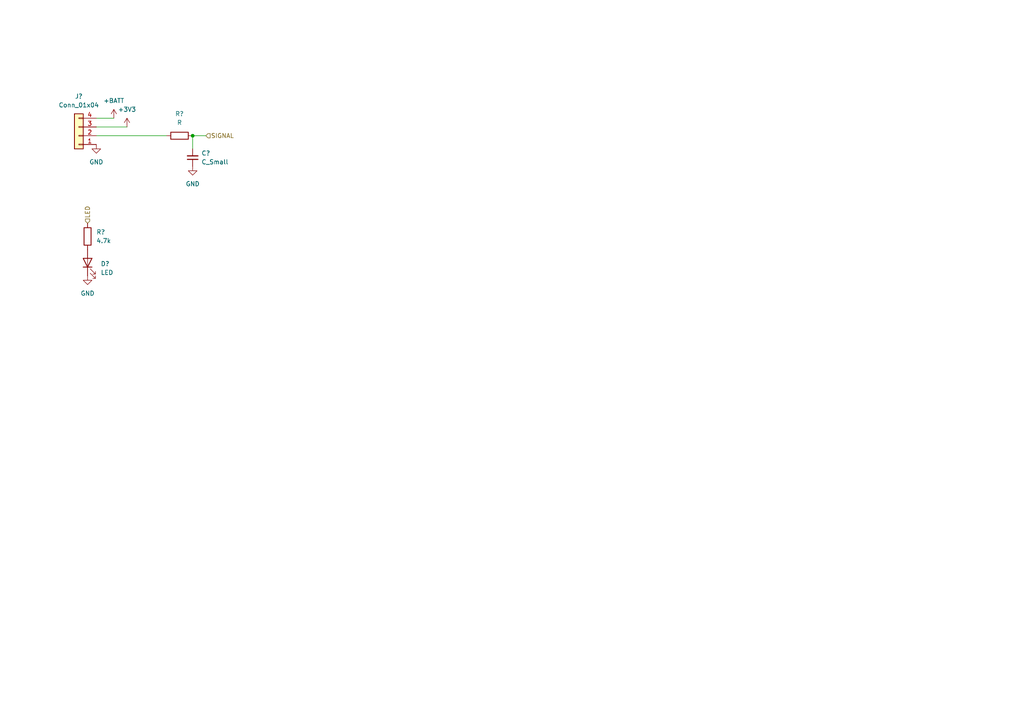
<source format=kicad_sch>
(kicad_sch (version 20211123) (generator eeschema)
  (paper "A4")
  (lib_symbols
    (symbol "Connector_Generic:Conn_01x04" (pin_names (offset 1.016) hide)
      (property "Reference" "J" (at 0 5.08 0))
      (property "Value" "Conn_01x04" (at 0 -7.62 0))
      (symbol "Conn_01x04_1_1"
        (rectangle (start -1.27 -4.953) (end 0 -5.207) (stroke (width 0.1524)))
        (rectangle (start -1.27 -2.413) (end 0 -2.667) (stroke (width 0.1524)))
        (rectangle (start -1.27 0.127) (end 0 -0.127) (stroke (width 0.1524)))
        (rectangle (start -1.27 2.667) (end 0 2.413) (stroke (width 0.1524)))
        (rectangle (start -1.27 3.81) (end 1.27 -6.35) (stroke (width 0.254)) (fill (type background)))
        (pin passive line (at -5.08 2.54 0) (length 3.81) (name "Pin_1") (number "1"))
        (pin passive line (at -5.08 0 0) (length 3.81) (name "Pin_2") (number "2"))
        (pin passive line (at -5.08 -2.54 0) (length 3.81) (name "Pin_3") (number "3"))
        (pin passive line (at -5.08 -5.08 0) (length 3.81) (name "Pin_4") (number "4"))
      )
    )
    (symbol "Device:C_Small" (pin_numbers hide) (pin_names (offset 0.254) hide)
      (property "Reference" "C" (at 0.254 1.778 0))
      (property "Value" "C_Small" (at 0.254 -2.032 0))
      (symbol "C_Small_0_1"
        (polyline (pts (xy -1.524 -0.508) (xy 1.524 -0.508)) (stroke (width 0.3302)))
        (polyline (pts (xy -1.524 0.508) (xy 1.524 0.508)) (stroke (width 0.3048)))
      )
      (symbol "C_Small_1_1"
        (pin passive line (at 0 2.54 270) (length 2.032) (name "~") (number "1"))
        (pin passive line (at 0 -2.54 90) (length 2.032) (name "~") (number "2"))
      )
    )
    (symbol "Device:LED" (pin_numbers hide) (pin_names (offset 1.016) hide)
      (property "Reference" "D" (at 0 2.54 0))
      (property "Value" "LED" (at 0 -2.54 0))
      (symbol "LED_0_1"
        (polyline (pts (xy -1.27 -1.27) (xy -1.27 1.27)) (stroke (width 0.254)))
        (polyline (pts (xy -1.27 0) (xy 1.27 0)))
        (polyline (pts (xy 1.27 -1.27) (xy 1.27 1.27) (xy -1.27 0) (xy 1.27 -1.27)) (stroke (width 0.254)))
        (polyline (pts (xy -3.048 -0.762) (xy -4.572 -2.286) (xy -3.81 -2.286) (xy -4.572 -2.286) (xy -4.572 -1.524)))
        (polyline (pts (xy -1.778 -0.762) (xy -3.302 -2.286) (xy -2.54 -2.286) (xy -3.302 -2.286) (xy -3.302 -1.524)))
      )
      (symbol "LED_1_1"
        (pin passive line (at -3.81 0 0) (length 2.54) (name "K") (number "1"))
        (pin passive line (at 3.81 0 180) (length 2.54) (name "A") (number "2"))
      )
    )
    (symbol "Device:R" (pin_numbers hide) (pin_names (offset 0))
      (property "Reference" "R" (at 2.032 0 90))
      (property "Value" "R" (at 0 0 90))
      (symbol "R_0_1"
        (rectangle (start -1.016 -2.54) (end 1.016 2.54) (stroke (width 0.254)))
      )
      (symbol "R_1_1"
        (pin passive line (at 0 3.81 270) (length 1.27) (name "~") (number "1"))
        (pin passive line (at 0 -3.81 90) (length 1.27) (name "~") (number "2"))
      )
    )
    (symbol "power:+3.3V" (power) (pin_names (offset 0))
      (property "Value" "+3.3V" (at 0 3.556 0))
      (symbol "+3.3V_0_1"
        (polyline (pts (xy -0.762 1.27) (xy 0 2.54)))
        (polyline (pts (xy 0 0) (xy 0 2.54)))
        (polyline (pts (xy 0 2.54) (xy 0.762 1.27)))
      )
      (symbol "+3.3V_1_1"
        (pin power_in line (at 0 0 90) (length 0) hide (name "+3V3") (number "1"))
      )
    )
    (symbol "power:+BATT" (power) (pin_names (offset 0))
      (property "Value" "+BATT" (at 0 3.556 0))
      (symbol "+BATT_0_1"
        (polyline (pts (xy -0.762 1.27) (xy 0 2.54)))
        (polyline (pts (xy 0 0) (xy 0 2.54)))
        (polyline (pts (xy 0 2.54) (xy 0.762 1.27)))
      )
      (symbol "+BATT_1_1"
        (pin power_in line (at 0 0 90) (length 0) hide (name "+BATT") (number "1"))
      )
    )
    (symbol "power:GND" (power) (pin_names (offset 0))
      (property "Value" "GND" (at 0 -3.81 0))
      (symbol "GND_0_1"
        (polyline (pts (xy 0 0) (xy 0 -1.27) (xy 1.27 -1.27) (xy 0 -2.54) (xy -1.27 -1.27) (xy 0 -1.27)))
      )
      (symbol "GND_1_1"
        (pin power_in line (at 0 0 270) (length 0) hide (name "GND") (number "1"))
      )
    )
  )
  (junction (at 55.88 39.37))
  (wire (pts (xy 55.88 39.37) (xy 59.69 39.37)))
  (wire (pts (xy 27.94 34.29) (xy 33.02 34.29)))
  (wire (pts (xy 55.88 39.37) (xy 55.88 43.18)))
  (wire (pts (xy 27.94 36.83) (xy 36.83 36.83)))
  (wire (pts (xy 27.94 39.37) (xy 48.26 39.37)))
  (hierarchical_label "SIGNAL" (shape input) (at 59.69 39.37 0))
  (hierarchical_label "LED" (shape input) (at 25.4 64.77 90))
  (symbol (lib_id "power:GND") (at 27.94 41.91 0) (unit 1)
    (property "Reference" "#PWR?" (effects hide))
    (property "Value" "GND" (at 27.94 46.99 0))
  )
  (symbol (lib_id "power:+3.3V") (at 36.83 36.83 0) (unit 1)
    (property "Reference" "#PWR?" (effects hide))
    (property "Value" "+3.3V" (at 36.83 31.75 0))
  )
  (symbol (lib_id "Connector_Generic:Conn_01x04") (at 22.86 39.37 180) (unit 1)
    (property "Reference" "J?" (at 22.86 27.94 0))
    (property "Value" "Conn_01x04" (at 22.86 30.48 0))
  )
  (symbol (lib_id "power:GND") (at 25.4 80.01 0) (unit 1)
    (property "Reference" "#PWR?" (effects hide))
    (property "Value" "GND" (at 25.4 85.09 0))
  )
  (symbol (lib_id "Device:R") (at 52.07 39.37 90) (unit 1)
    (property "Reference" "R?" (at 52.07 33.02 90))
    (property "Value" "R" (at 52.07 35.56 90))
  )
  (symbol (lib_id "power:+BATT") (at 33.02 34.29 0) (unit 1)
    (property "Reference" "#PWR?" (effects hide))
    (property "Value" "+BATT" (at 33.02 29.21 0))
  )
  (symbol (lib_id "Device:LED") (at 25.4 76.2 90) (unit 1)
    (property "Reference" "D?" (at 29.21 76.5174 90) (effects (justify right)))
    (property "Value" "LED" (at 29.21 79.0574 90) (effects (justify right)))
  )
  (symbol (lib_id "Device:R") (at 25.4 68.58 0) (unit 1)
    (property "Reference" "R?" (at 27.94 67.3099 0) (effects (justify left)))
    (property "Value" "4.7k" (at 27.94 69.8499 0) (effects (justify left)))
  )
  (symbol (lib_id "Device:C_Small") (at 55.88 45.72 180) (unit 1)
    (property "Reference" "C?" (at 58.42 44.4435 0) (effects (justify right)))
    (property "Value" "C_Small" (at 58.42 46.9835 0) (effects (justify right)))
  )
  (symbol (lib_id "power:GND") (at 55.88 48.26 0) (unit 1)
    (property "Reference" "#PWR?" (effects hide))
    (property "Value" "GND" (at 55.88 53.34 0))
  )
)
</source>
